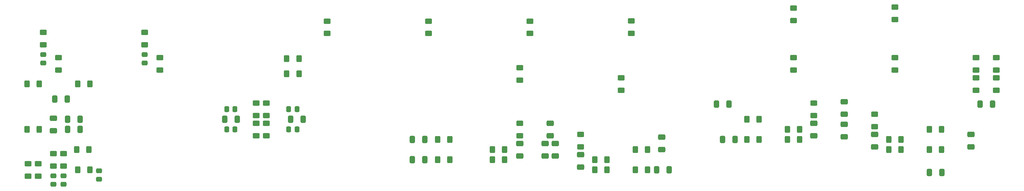
<source format=gbr>
%TF.GenerationSoftware,KiCad,Pcbnew,(6.0.10)*%
%TF.CreationDate,2023-04-08T13:18:27+03:00*%
%TF.ProjectId,DelSol_Mixer,44656c53-6f6c-45f4-9d69-7865722e6b69,rev?*%
%TF.SameCoordinates,Original*%
%TF.FileFunction,Paste,Bot*%
%TF.FilePolarity,Positive*%
%FSLAX46Y46*%
G04 Gerber Fmt 4.6, Leading zero omitted, Abs format (unit mm)*
G04 Created by KiCad (PCBNEW (6.0.10)) date 2023-04-08 13:18:27*
%MOMM*%
%LPD*%
G01*
G04 APERTURE LIST*
G04 Aperture macros list*
%AMRoundRect*
0 Rectangle with rounded corners*
0 $1 Rounding radius*
0 $2 $3 $4 $5 $6 $7 $8 $9 X,Y pos of 4 corners*
0 Add a 4 corners polygon primitive as box body*
4,1,4,$2,$3,$4,$5,$6,$7,$8,$9,$2,$3,0*
0 Add four circle primitives for the rounded corners*
1,1,$1+$1,$2,$3*
1,1,$1+$1,$4,$5*
1,1,$1+$1,$6,$7*
1,1,$1+$1,$8,$9*
0 Add four rect primitives between the rounded corners*
20,1,$1+$1,$2,$3,$4,$5,0*
20,1,$1+$1,$4,$5,$6,$7,0*
20,1,$1+$1,$6,$7,$8,$9,0*
20,1,$1+$1,$8,$9,$2,$3,0*%
G04 Aperture macros list end*
%ADD10RoundRect,0.250000X0.625000X-0.400000X0.625000X0.400000X-0.625000X0.400000X-0.625000X-0.400000X0*%
%ADD11RoundRect,0.250000X-0.625000X0.400000X-0.625000X-0.400000X0.625000X-0.400000X0.625000X0.400000X0*%
%ADD12RoundRect,0.250000X-0.412500X-0.650000X0.412500X-0.650000X0.412500X0.650000X-0.412500X0.650000X0*%
%ADD13RoundRect,0.250000X0.475000X-0.337500X0.475000X0.337500X-0.475000X0.337500X-0.475000X-0.337500X0*%
%ADD14RoundRect,0.250000X-0.400000X-0.625000X0.400000X-0.625000X0.400000X0.625000X-0.400000X0.625000X0*%
%ADD15RoundRect,0.250000X-0.337500X-0.475000X0.337500X-0.475000X0.337500X0.475000X-0.337500X0.475000X0*%
%ADD16RoundRect,0.250000X0.400000X0.625000X-0.400000X0.625000X-0.400000X-0.625000X0.400000X-0.625000X0*%
%ADD17RoundRect,0.250000X-0.650000X0.412500X-0.650000X-0.412500X0.650000X-0.412500X0.650000X0.412500X0*%
%ADD18RoundRect,0.250000X0.650000X-0.412500X0.650000X0.412500X-0.650000X0.412500X-0.650000X-0.412500X0*%
%ADD19RoundRect,0.250000X0.337500X0.475000X-0.337500X0.475000X-0.337500X-0.475000X0.337500X-0.475000X0*%
%ADD20RoundRect,0.250000X0.412500X0.650000X-0.412500X0.650000X-0.412500X-0.650000X0.412500X-0.650000X0*%
G04 APERTURE END LIST*
D10*
X16510000Y-63790000D03*
X16510000Y-60690000D03*
D11*
X254000000Y-34010000D03*
X254000000Y-37110000D03*
D12*
X112737500Y-54610000D03*
X115862500Y-54610000D03*
D10*
X139700000Y-53620000D03*
X139700000Y-50520000D03*
D12*
X242277500Y-62865000D03*
X245402500Y-62865000D03*
D13*
X34290000Y-64537500D03*
X34290000Y-62462500D03*
D14*
X119100000Y-54610000D03*
X122200000Y-54610000D03*
D15*
X66272500Y-46990000D03*
X68347500Y-46990000D03*
D11*
X91440000Y-24840000D03*
X91440000Y-27940000D03*
D10*
X22860000Y-61240000D03*
X22860000Y-58140000D03*
D16*
X235230000Y-54610000D03*
X232130000Y-54610000D03*
D12*
X190500000Y-54610000D03*
X193625000Y-54610000D03*
D17*
X175260000Y-54025000D03*
X175260000Y-57150000D03*
D18*
X154940000Y-61545000D03*
X154940000Y-58420000D03*
D13*
X25400000Y-65807500D03*
X25400000Y-63732500D03*
D11*
X259080000Y-39090000D03*
X259080000Y-42190000D03*
X76200000Y-45440000D03*
X76200000Y-48540000D03*
D14*
X119100000Y-59690000D03*
X122200000Y-59690000D03*
D10*
X233680000Y-37110000D03*
X233680000Y-34010000D03*
D16*
X161570000Y-62230000D03*
X158470000Y-62230000D03*
D17*
X220980000Y-50800000D03*
X220980000Y-53925000D03*
D10*
X228600000Y-51360000D03*
X228600000Y-48260000D03*
X25400000Y-61240000D03*
X25400000Y-58140000D03*
D11*
X208280000Y-21590000D03*
X208280000Y-24690000D03*
X49530000Y-34010000D03*
X49530000Y-37110000D03*
D16*
X161570000Y-59690000D03*
X158470000Y-59690000D03*
D11*
X142240000Y-24840000D03*
X142240000Y-27940000D03*
D12*
X188937500Y-45720000D03*
X192062500Y-45720000D03*
D11*
X116840000Y-24840000D03*
X116840000Y-27940000D03*
D17*
X147320000Y-50507500D03*
X147320000Y-53632500D03*
D10*
X73660000Y-53620000D03*
X73660000Y-50520000D03*
D16*
X235230000Y-57150000D03*
X232130000Y-57150000D03*
D11*
X73660000Y-45440000D03*
X73660000Y-48540000D03*
X233680000Y-21310000D03*
X233680000Y-24410000D03*
D14*
X206730000Y-52070000D03*
X209830000Y-52070000D03*
D11*
X167640000Y-24790000D03*
X167640000Y-27890000D03*
D19*
X83857500Y-52070000D03*
X81782500Y-52070000D03*
D16*
X171730000Y-57150000D03*
X168630000Y-57150000D03*
D14*
X81280000Y-34290000D03*
X84380000Y-34290000D03*
D12*
X26377500Y-49540000D03*
X29502500Y-49540000D03*
D18*
X228600000Y-56465000D03*
X228600000Y-53340000D03*
D14*
X28930000Y-40640000D03*
X32030000Y-40640000D03*
D16*
X245390000Y-52070000D03*
X242290000Y-52070000D03*
X19330000Y-40640000D03*
X16230000Y-40640000D03*
D11*
X259080000Y-34010000D03*
X259080000Y-37110000D03*
D16*
X19330000Y-52070000D03*
X16230000Y-52070000D03*
D13*
X45720000Y-35327500D03*
X45720000Y-33252500D03*
D12*
X112737500Y-59690000D03*
X115862500Y-59690000D03*
D14*
X206730000Y-54610000D03*
X209830000Y-54610000D03*
D10*
X208280000Y-37110000D03*
X208280000Y-34010000D03*
D17*
X220980000Y-45135000D03*
X220980000Y-48260000D03*
D19*
X83857500Y-46990000D03*
X81782500Y-46990000D03*
D14*
X132790000Y-57150000D03*
X135890000Y-57150000D03*
X196570000Y-49530000D03*
X199670000Y-49530000D03*
D11*
X45720000Y-27660000D03*
X45720000Y-30760000D03*
D20*
X68872500Y-49530000D03*
X65747500Y-49530000D03*
X177115000Y-62230000D03*
X173990000Y-62230000D03*
D17*
X148590000Y-55587500D03*
X148590000Y-58712500D03*
D10*
X19055000Y-63790000D03*
X19055000Y-60690000D03*
D17*
X22860000Y-49237500D03*
X22860000Y-52362500D03*
D14*
X196570000Y-54610000D03*
X199670000Y-54610000D03*
D10*
X76200000Y-53620000D03*
X76200000Y-50520000D03*
D16*
X171730000Y-62230000D03*
X168630000Y-62230000D03*
D11*
X24130000Y-34010000D03*
X24130000Y-37110000D03*
D20*
X29502500Y-52070000D03*
X26377500Y-52070000D03*
D18*
X139700000Y-58712500D03*
X139700000Y-55587500D03*
D10*
X139700000Y-39650000D03*
X139700000Y-36550000D03*
D12*
X23202500Y-44450000D03*
X26327500Y-44450000D03*
D10*
X213360000Y-48540000D03*
X213360000Y-45440000D03*
D14*
X132790000Y-59690000D03*
X135890000Y-59690000D03*
D16*
X245390000Y-57150000D03*
X242290000Y-57150000D03*
D20*
X85382500Y-49530000D03*
X82257500Y-49530000D03*
D11*
X20320000Y-27660000D03*
X20320000Y-30760000D03*
D16*
X32030000Y-62230000D03*
X28930000Y-62230000D03*
D17*
X146050000Y-55587500D03*
X146050000Y-58712500D03*
D14*
X81280000Y-38100000D03*
X84380000Y-38100000D03*
X28650000Y-57160000D03*
X31750000Y-57160000D03*
D13*
X20320000Y-35327500D03*
X20320000Y-33252500D03*
D10*
X154940000Y-56440000D03*
X154940000Y-53340000D03*
D18*
X213360000Y-53632500D03*
X213360000Y-50507500D03*
D10*
X165100000Y-42190000D03*
X165100000Y-39090000D03*
D11*
X254000000Y-39090000D03*
X254000000Y-42190000D03*
D18*
X252730000Y-56465000D03*
X252730000Y-53340000D03*
D13*
X22860000Y-65807500D03*
X22860000Y-63732500D03*
D20*
X258102500Y-45720000D03*
X254977500Y-45720000D03*
D15*
X66272500Y-52070000D03*
X68347500Y-52070000D03*
M02*

</source>
